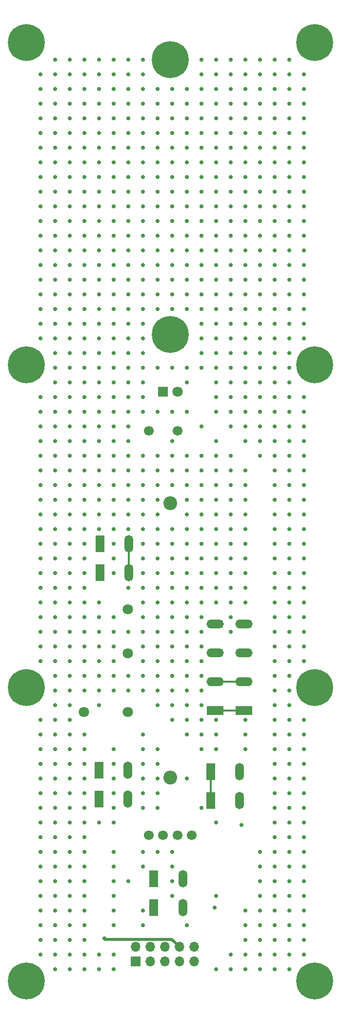
<source format=gbr>
%TF.GenerationSoftware,KiCad,Pcbnew,7.0.8*%
%TF.CreationDate,2023-11-15T13:51:47+01:00*%
%TF.ProjectId,module-rev1,6d6f6475-6c65-42d7-9265-76312e6b6963,rev?*%
%TF.SameCoordinates,Original*%
%TF.FileFunction,Copper,L4,Bot*%
%TF.FilePolarity,Positive*%
%FSLAX46Y46*%
G04 Gerber Fmt 4.6, Leading zero omitted, Abs format (unit mm)*
G04 Created by KiCad (PCBNEW 7.0.8) date 2023-11-15 13:51:47*
%MOMM*%
%LPD*%
G01*
G04 APERTURE LIST*
%TA.AperFunction,ComponentPad*%
%ADD10R,1.500000X3.000000*%
%TD*%
%TA.AperFunction,ComponentPad*%
%ADD11O,1.500000X3.000000*%
%TD*%
%TA.AperFunction,ComponentPad*%
%ADD12C,0.800000*%
%TD*%
%TA.AperFunction,ComponentPad*%
%ADD13C,6.400000*%
%TD*%
%TA.AperFunction,ComponentPad*%
%ADD14R,3.000000X1.500000*%
%TD*%
%TA.AperFunction,ComponentPad*%
%ADD15O,3.000000X1.500000*%
%TD*%
%TA.AperFunction,ComponentPad*%
%ADD16C,1.803400*%
%TD*%
%TA.AperFunction,ComponentPad*%
%ADD17C,1.700000*%
%TD*%
%TA.AperFunction,ComponentPad*%
%ADD18C,2.400000*%
%TD*%
%TA.AperFunction,ComponentPad*%
%ADD19R,1.800000X1.800000*%
%TD*%
%TA.AperFunction,ComponentPad*%
%ADD20C,1.800000*%
%TD*%
%TA.AperFunction,ComponentPad*%
%ADD21R,1.700000X1.700000*%
%TD*%
%TA.AperFunction,ComponentPad*%
%ADD22O,1.700000X1.700000*%
%TD*%
%TA.AperFunction,ViaPad*%
%ADD23C,0.700000*%
%TD*%
%TA.AperFunction,Conductor*%
%ADD24C,0.349000*%
%TD*%
%TA.AperFunction,Conductor*%
%ADD25C,0.500000*%
%TD*%
G04 APERTURE END LIST*
D10*
%TO.P,J502,1,Pin_1*%
%TO.N,Net-(J502-Pin_1)*%
X103470682Y-539623023D03*
X103470682Y-544623023D03*
D11*
%TO.P,J502,2,Pin_2*%
%TO.N,Net-(J502-Pin_2)*%
X108470682Y-539623023D03*
X108470682Y-544623023D03*
%TD*%
D12*
%TO.P,H108,1*%
%TO.N,N/C*%
X88320682Y-452873023D03*
X89023626Y-451175967D03*
X89023626Y-454570079D03*
X90720682Y-450473023D03*
D13*
X90720682Y-452873023D03*
D12*
X90720682Y-455273023D03*
X92417738Y-451175967D03*
X92417738Y-454570079D03*
X93120682Y-452873023D03*
%TD*%
%TO.P,H108,1*%
%TO.N,N/C*%
X138320682Y-452873023D03*
X139023626Y-451175967D03*
X139023626Y-454570079D03*
X140720682Y-450473023D03*
D13*
X140720682Y-452873023D03*
D12*
X140720682Y-455273023D03*
X142417738Y-451175967D03*
X142417738Y-454570079D03*
X143120682Y-452873023D03*
%TD*%
D14*
%TO.P,U501,1,LOAD-1*%
%TO.N,unconnected-(U501-LOAD-1-Pad1)*%
X123470682Y-568523023D03*
X128470682Y-568523023D03*
D15*
%TO.P,U501,2,LOAD-2*%
%TO.N,unconnected-(U501-LOAD-2-Pad2)*%
X123470682Y-563523023D03*
X128470682Y-563523023D03*
%TO.P,U501,3,In+*%
%TO.N,/module-master/SW_to_AQ-A_IN_0*%
X123470682Y-558523023D03*
X128470682Y-558523023D03*
%TO.P,U501,4,In-*%
%TO.N,_GND_0*%
X123470682Y-553523023D03*
X128470682Y-553523023D03*
%TD*%
D10*
%TO.P,SW502,1,A*%
%TO.N,/module-master/R_to_C_0*%
X122720682Y-579123023D03*
X122720682Y-584123023D03*
D11*
%TO.P,SW502,2,B*%
%TO.N,/module-master/SW_to_AQ-A_IN_0*%
X127720682Y-579123023D03*
X127720682Y-584123023D03*
%TD*%
D12*
%TO.P,H108,1*%
%TO.N,N/C*%
X88320682Y-564539689D03*
X89023626Y-562842633D03*
X89023626Y-566236745D03*
X90720682Y-562139689D03*
D13*
X90720682Y-564539689D03*
D12*
X90720682Y-566939689D03*
X92417738Y-562842633D03*
X92417738Y-566236745D03*
X93120682Y-564539689D03*
%TD*%
%TO.P,H108,1*%
%TO.N,N/C*%
X138320682Y-615373023D03*
X139023626Y-613675967D03*
X139023626Y-617070079D03*
X140720682Y-612973023D03*
D13*
X140720682Y-615373023D03*
D12*
X140720682Y-617773023D03*
X142417738Y-613675967D03*
X142417738Y-617070079D03*
X143120682Y-615373023D03*
%TD*%
%TO.P,H108,1*%
%TO.N,N/C*%
X113300682Y-503374689D03*
X114003626Y-501677633D03*
X114003626Y-505071745D03*
X115700682Y-500974689D03*
D13*
X115700682Y-503374689D03*
D12*
X115700682Y-505774689D03*
X117397738Y-501677633D03*
X117397738Y-505071745D03*
X118100682Y-503374689D03*
%TD*%
%TO.P,H108,1*%
%TO.N,N/C*%
X88320682Y-508706356D03*
X89023626Y-507009300D03*
X89023626Y-510403412D03*
X90720682Y-506306356D03*
D13*
X90720682Y-508706356D03*
D12*
X90720682Y-511106356D03*
X92417738Y-507009300D03*
X92417738Y-510403412D03*
X93120682Y-508706356D03*
%TD*%
D10*
%TO.P,SW503,1,A*%
%TO.N,/module-master/R_to_C_0*%
X103320682Y-578873023D03*
X103320682Y-583873023D03*
D11*
%TO.P,SW503,2,B*%
%TO.N,/module-master/A_to_ALQ305_0*%
X108320682Y-578873023D03*
X108320682Y-583873023D03*
%TD*%
D12*
%TO.P,H108,1*%
%TO.N,N/C*%
X113300682Y-455874689D03*
X114003626Y-454177633D03*
X114003626Y-457571745D03*
X115700682Y-453474689D03*
D13*
X115700682Y-455874689D03*
D12*
X115700682Y-458274689D03*
X117397738Y-454177633D03*
X117397738Y-457571745D03*
X118100682Y-455874689D03*
%TD*%
D16*
%TO.P,K501,1,1*%
%TO.N,/module-master/A_to_ALQ305_0*%
X108280682Y-568763023D03*
%TO.P,K501,2,2*%
%TO.N,_GND_0*%
X100660682Y-568763023D03*
%TO.P,K501,3,3*%
%TO.N,Net-(J502-Pin_2)*%
X108280682Y-558603023D03*
%TO.P,K501,4,4*%
%TO.N,Net-(J502-Pin_1)*%
X108280682Y-550983023D03*
%TD*%
D12*
%TO.P,H108,1*%
%TO.N,N/C*%
X88320682Y-615373023D03*
X89023626Y-613675967D03*
X89023626Y-617070079D03*
X90720682Y-612973023D03*
D13*
X90720682Y-615373023D03*
D12*
X90720682Y-617773023D03*
X92417738Y-613675967D03*
X92417738Y-617070079D03*
X93120682Y-615373023D03*
%TD*%
%TO.P,H108,1*%
%TO.N,N/C*%
X138320682Y-564539689D03*
X139023626Y-562842633D03*
X139023626Y-566236745D03*
X140720682Y-562139689D03*
D13*
X140720682Y-564539689D03*
D12*
X140720682Y-566939689D03*
X142417738Y-562842633D03*
X142417738Y-566236745D03*
X143120682Y-564539689D03*
%TD*%
D10*
%TO.P,SW501,1,1*%
%TO.N,_GATE_0*%
X112820682Y-597623023D03*
X112820682Y-602623023D03*
D11*
%TO.P,SW501,2,2*%
%TO.N,_GATE_OUTPUT_0*%
X117820682Y-597623023D03*
X117820682Y-602623023D03*
%TD*%
D12*
%TO.P,H108,1*%
%TO.N,N/C*%
X138320682Y-508706356D03*
X139023626Y-507009300D03*
X139023626Y-510403412D03*
X140720682Y-506306356D03*
D13*
X140720682Y-508706356D03*
D12*
X140720682Y-511106356D03*
X142417738Y-507009300D03*
X142417738Y-510403412D03*
X143120682Y-508706356D03*
%TD*%
D17*
%TO.P,RV501,1,1*%
%TO.N,_CV_0*%
X116910682Y-590123023D03*
%TO.P,RV501,2,2*%
%TO.N,_CV_OUTPUT_0*%
X119410682Y-590123023D03*
%TO.P,RV501,3,3*%
%TO.N,_GND_0*%
X116910682Y-520123023D03*
%TO.P,RV501,L*%
%TO.N,N/C*%
X111910682Y-590123023D03*
X114410682Y-590123023D03*
D18*
X115660682Y-580123023D03*
X115660682Y-532623023D03*
D17*
X111910682Y-520123023D03*
%TD*%
D19*
%TO.P,D502,1,K*%
%TO.N,_GND_0*%
X114400682Y-513348023D03*
D20*
%TO.P,D502,2,A*%
%TO.N,/module-master/R_to_KLED_0*%
X116940682Y-513348023D03*
%TD*%
D21*
%TO.P,J501,1,Pin_1*%
%TO.N,_GATE_OUTPUT_0*%
X109640682Y-611998023D03*
D22*
%TO.P,J501,2,Pin_2*%
%TO.N,_GND_0*%
X109640682Y-609458023D03*
%TO.P,J501,3,Pin_3*%
%TO.N,_GATE_0*%
X112180682Y-611998023D03*
%TO.P,J501,4,Pin_4*%
%TO.N,_GND_0*%
X112180682Y-609458023D03*
%TO.P,J501,5,Pin_5*%
%TO.N,_CV_OUTPUT_0*%
X114720682Y-611998023D03*
%TO.P,J501,6,Pin_6*%
%TO.N,_GND_0*%
X114720682Y-609458023D03*
%TO.P,J501,7,Pin_7*%
%TO.N,_RELAYS_0*%
X117260682Y-611998023D03*
%TO.P,J501,8,Pin_8*%
%TO.N,_5VA_0*%
X117260682Y-609458023D03*
%TO.P,J501,9,Pin_9*%
%TO.N,_CV_0*%
X119800682Y-611998023D03*
%TO.P,J501,10,Pin_10*%
%TO.N,_GND_0*%
X119800682Y-609458023D03*
%TD*%
D23*
%TO.N,_GND_0*%
X138873062Y-544769689D03*
X133793062Y-590489689D03*
X98233062Y-560009689D03*
X113473062Y-593029689D03*
X133793062Y-509209689D03*
X121093062Y-519369689D03*
X131253062Y-471109689D03*
X108393062Y-471109689D03*
X98233062Y-514289689D03*
X123400682Y-602674689D03*
X128713062Y-506669689D03*
X110933062Y-575249689D03*
X105853062Y-580329689D03*
X138873062Y-476189689D03*
X138873062Y-593029689D03*
X123633062Y-460949689D03*
X108393062Y-547309689D03*
X133793062Y-468569689D03*
X100773062Y-539689689D03*
X105853062Y-577789689D03*
X136333062Y-567629689D03*
X100773062Y-608269689D03*
X108393062Y-537149689D03*
X98233062Y-567629689D03*
X123633062Y-509209689D03*
X126173062Y-460949689D03*
X95693062Y-521909689D03*
X126173062Y-610809689D03*
X133793062Y-593029689D03*
X105853062Y-524449689D03*
X123633062Y-504129689D03*
X128713062Y-613349689D03*
X103313062Y-463489689D03*
X108393062Y-463489689D03*
X98233062Y-554929689D03*
X93153062Y-570169689D03*
X95693062Y-499049689D03*
X123633062Y-511749689D03*
X118553062Y-488889689D03*
X133793062Y-570169689D03*
X98233062Y-562549689D03*
X116013062Y-565089689D03*
X103313062Y-473649689D03*
X113473062Y-582869689D03*
X100773062Y-547309689D03*
X105853062Y-595569689D03*
X131253062Y-468569689D03*
X123633062Y-570169689D03*
X133793062Y-466029689D03*
X100773062Y-493969689D03*
X105853062Y-514289689D03*
X128713062Y-499049689D03*
X128713062Y-455869689D03*
X133793062Y-504129689D03*
X126173062Y-458409689D03*
X136333062Y-491429689D03*
X121093062Y-496509689D03*
X126173062Y-514289689D03*
X100773062Y-486349689D03*
X95693062Y-590489689D03*
X123633062Y-544769689D03*
X95693062Y-595569689D03*
X121093062Y-455869689D03*
X126173062Y-542229689D03*
X108393062Y-529529689D03*
X98233062Y-608269689D03*
X95693062Y-529529689D03*
X105853062Y-481269689D03*
X110933062Y-565089689D03*
X93153062Y-552389689D03*
X123633062Y-539689689D03*
X95693062Y-570169689D03*
X110933062Y-501589689D03*
X116013062Y-516829689D03*
X116013062Y-471109689D03*
X136333062Y-463489689D03*
X93153062Y-554929689D03*
X103313062Y-496509689D03*
X126173062Y-526989689D03*
X118553062Y-486349689D03*
X133793062Y-608269689D03*
X121093062Y-565089689D03*
X118553062Y-532069689D03*
X103313062Y-511749689D03*
X110933062Y-476189689D03*
X95693062Y-524449689D03*
X93153062Y-534609689D03*
X93153062Y-590489689D03*
X93153062Y-532069689D03*
X95693062Y-534609689D03*
X138873062Y-499049689D03*
X136333062Y-483809689D03*
X108393062Y-473649689D03*
X121093062Y-506669689D03*
X103313062Y-488889689D03*
X105853062Y-509209689D03*
X133793062Y-554929689D03*
X131253062Y-460949689D03*
X118553062Y-605729689D03*
X98233062Y-580329689D03*
X98233062Y-542229689D03*
X128713062Y-537149689D03*
X103313062Y-534609689D03*
X93153062Y-514289689D03*
X110933062Y-509209689D03*
X108393062Y-466029689D03*
X93153062Y-466029689D03*
X93153062Y-549849689D03*
X103313062Y-458409689D03*
X138873062Y-595569689D03*
X133793062Y-544769689D03*
X103313062Y-532069689D03*
X95693062Y-466029689D03*
X131253062Y-598109689D03*
X110933062Y-471109689D03*
X103313062Y-514289689D03*
X93153062Y-496509689D03*
X121093062Y-499049689D03*
X93153062Y-605729689D03*
X131253062Y-514289689D03*
X93153062Y-460949689D03*
X136333062Y-511749689D03*
X105853062Y-598109689D03*
X98233062Y-460949689D03*
X110933062Y-486349689D03*
X98233062Y-455869689D03*
X98233062Y-524449689D03*
X103313062Y-466029689D03*
X113473062Y-567629689D03*
X133793062Y-496509689D03*
X95693062Y-547309689D03*
X103313062Y-537149689D03*
X136333062Y-516829689D03*
X123633062Y-516829689D03*
X138873062Y-516829689D03*
X108393062Y-534609689D03*
X138873062Y-519369689D03*
X113473062Y-524449689D03*
X131253062Y-521909689D03*
X108393062Y-509209689D03*
X100773062Y-468569689D03*
X105853062Y-463489689D03*
X113473062Y-557469689D03*
X121093062Y-526989689D03*
X138873062Y-481269689D03*
X103313062Y-529529689D03*
X95693062Y-526989689D03*
X93153062Y-524449689D03*
X138873062Y-534609689D03*
X121093062Y-532069689D03*
X116013062Y-557469689D03*
X121093062Y-542229689D03*
X116013062Y-542229689D03*
X103313062Y-610809689D03*
X105853062Y-605729689D03*
X93153062Y-587949689D03*
X138873062Y-524449689D03*
X108393062Y-481269689D03*
X108393062Y-554929689D03*
X116013062Y-529529689D03*
X133793062Y-519369689D03*
X113473062Y-542229689D03*
X113473062Y-493969689D03*
X121093062Y-529529689D03*
X113473062Y-554929689D03*
X138873062Y-542229689D03*
X100773062Y-565089689D03*
X136333062Y-519369689D03*
X133793062Y-534609689D03*
X138873062Y-598109689D03*
X131253062Y-496509689D03*
X116013062Y-598109689D03*
X113473062Y-509209689D03*
X95693062Y-468569689D03*
X98233062Y-577789689D03*
X118553062Y-572709689D03*
X136333062Y-560009689D03*
X116013062Y-496509689D03*
X123633062Y-491429689D03*
X128713062Y-463489689D03*
X118553062Y-526989689D03*
X121093062Y-486349689D03*
X93153062Y-582869689D03*
X98233062Y-570169689D03*
X138873062Y-486349689D03*
X126173062Y-613349689D03*
X93153062Y-557469689D03*
X138873062Y-552389689D03*
X138873062Y-529529689D03*
X103313062Y-504129689D03*
X108393062Y-562549689D03*
X108393062Y-501589689D03*
X105853062Y-575249689D03*
X110933062Y-544769689D03*
X93153062Y-493969689D03*
X103313062Y-460949689D03*
X123633062Y-587949689D03*
X118553062Y-542229689D03*
X113473062Y-547309689D03*
X136333062Y-557469689D03*
X105853062Y-526989689D03*
X138873062Y-554929689D03*
X95693062Y-539689689D03*
X98233062Y-572709689D03*
X110933062Y-560009689D03*
X131253062Y-610809689D03*
X95693062Y-504129689D03*
X95693062Y-476189689D03*
X123633062Y-496509689D03*
X95693062Y-478729689D03*
X126173062Y-524449689D03*
X126173062Y-483809689D03*
X133793062Y-577789689D03*
X113473062Y-532069689D03*
X100773062Y-509209689D03*
X113473062Y-526989689D03*
X105853062Y-499049689D03*
X108393062Y-506669689D03*
X121093062Y-549849689D03*
X113473062Y-473649689D03*
X93153062Y-488889689D03*
X136333062Y-532069689D03*
X136333062Y-544769689D03*
X133793062Y-511749689D03*
X121093062Y-463489689D03*
X136333062Y-598109689D03*
X98233062Y-605729689D03*
X93153062Y-575249689D03*
X133793062Y-582869689D03*
X100773062Y-473649689D03*
X98233062Y-595569689D03*
X110933062Y-585409689D03*
X133793062Y-547309689D03*
X100773062Y-598109689D03*
X123633062Y-600649689D03*
X136333062Y-575249689D03*
X133793062Y-524449689D03*
X123633062Y-537149689D03*
X110933062Y-532069689D03*
X98233062Y-600649689D03*
X95693062Y-501589689D03*
X93153062Y-501589689D03*
X136333062Y-524449689D03*
X138873062Y-504129689D03*
X113473062Y-468569689D03*
X128713062Y-539689689D03*
X133793062Y-488889689D03*
X110933062Y-468569689D03*
X118553062Y-539689689D03*
X103313062Y-587949689D03*
X95693062Y-593029689D03*
X103313062Y-521909689D03*
X133793062Y-476189689D03*
X93153062Y-471109689D03*
X131253062Y-501589689D03*
X105853062Y-486349689D03*
X136333062Y-539689689D03*
X123633062Y-499049689D03*
X113473062Y-577789689D03*
X123633062Y-488889689D03*
X136333062Y-488889689D03*
X110933062Y-603189689D03*
X100773062Y-466029689D03*
X138873062Y-514289689D03*
X118553062Y-516829689D03*
X126173062Y-552389689D03*
X118553062Y-466029689D03*
X138873062Y-458409689D03*
X108393062Y-478729689D03*
X100773062Y-549849689D03*
X103313062Y-526989689D03*
X100773062Y-501589689D03*
X113473062Y-585409689D03*
X128713062Y-466029689D03*
X110933062Y-516829689D03*
X128713062Y-486349689D03*
X95693062Y-603189689D03*
X118553062Y-565089689D03*
X116013062Y-552389689D03*
X105853062Y-587949689D03*
X128713062Y-605729689D03*
X136333062Y-613349689D03*
X121093062Y-534609689D03*
X108393062Y-493969689D03*
X110933062Y-481269689D03*
X126173062Y-486349689D03*
X100773062Y-613349689D03*
X121093062Y-524449689D03*
X110933062Y-562549689D03*
X121093062Y-466029689D03*
X95693062Y-580329689D03*
X93153062Y-491429689D03*
X95693062Y-582869689D03*
X131253062Y-504129689D03*
X113473062Y-562549689D03*
X136333062Y-509209689D03*
X108393062Y-526989689D03*
X100773062Y-463489689D03*
X95693062Y-565089689D03*
X98233062Y-521909689D03*
X123633062Y-471109689D03*
X138873062Y-582869689D03*
X103313062Y-493969689D03*
X100773062Y-483809689D03*
X93153062Y-478729689D03*
X110933062Y-488889689D03*
X138873062Y-483809689D03*
X121093062Y-471109689D03*
X103313062Y-468569689D03*
X136333062Y-542229689D03*
X116013062Y-547309689D03*
X108393062Y-532069689D03*
X118553062Y-544769689D03*
X95693062Y-610809689D03*
X136333062Y-590489689D03*
X118553062Y-560009689D03*
X105853062Y-539689689D03*
X136333062Y-471109689D03*
X108393062Y-460949689D03*
X98233062Y-499049689D03*
X110933062Y-496509689D03*
X138873062Y-478729689D03*
X100773062Y-562549689D03*
X138873062Y-577789689D03*
X128713062Y-516829689D03*
X116013062Y-476189689D03*
X138873062Y-549849689D03*
X116013062Y-493969689D03*
X108393062Y-565089689D03*
X110933062Y-542229689D03*
X116013062Y-499049689D03*
X108393062Y-486349689D03*
X113473062Y-483809689D03*
X110933062Y-593029689D03*
X123633062Y-572709689D03*
X133793062Y-532069689D03*
X136333062Y-552389689D03*
X100773062Y-481269689D03*
X116013062Y-567629689D03*
X113473062Y-537149689D03*
X113473062Y-488889689D03*
X98233062Y-549849689D03*
X108393062Y-598109689D03*
X93153062Y-593029689D03*
X108393062Y-488889689D03*
X123633062Y-478729689D03*
X123633062Y-529529689D03*
X118553062Y-491429689D03*
X136333062Y-481269689D03*
X98233062Y-526989689D03*
X128713062Y-603189689D03*
X105853062Y-534609689D03*
X100773062Y-455869689D03*
X126173062Y-499049689D03*
X128713062Y-544769689D03*
X123633062Y-549849689D03*
X138873062Y-521909689D03*
X121093062Y-537149689D03*
X113473062Y-549849689D03*
X118553062Y-580329689D03*
X108393062Y-458409689D03*
X113473062Y-580329689D03*
X95693062Y-587949689D03*
X93153062Y-519369689D03*
X118553062Y-511749689D03*
X100773062Y-575249689D03*
X126173062Y-476189689D03*
X126173062Y-493969689D03*
X128713062Y-542229689D03*
X108393062Y-483809689D03*
X116013062Y-466029689D03*
X98233062Y-466029689D03*
X136333062Y-534609689D03*
X93153062Y-585409689D03*
X103313062Y-483809689D03*
X136333062Y-595569689D03*
X126173062Y-481269689D03*
X131253062Y-486349689D03*
X108393062Y-514289689D03*
X105853062Y-603189689D03*
X123633062Y-466029689D03*
X123633062Y-458409689D03*
X131253062Y-493969689D03*
X105853062Y-585409689D03*
X110933062Y-504129689D03*
X95693062Y-562549689D03*
X136333062Y-600649689D03*
X95693062Y-572709689D03*
X128713062Y-532069689D03*
X128713062Y-496509689D03*
X133793062Y-552389689D03*
X121093062Y-473649689D03*
X136333062Y-585409689D03*
X121093062Y-562549689D03*
X95693062Y-585409689D03*
X100773062Y-537149689D03*
X113473062Y-534609689D03*
X138873062Y-570169689D03*
X110933062Y-537149689D03*
X95693062Y-532069689D03*
X95693062Y-516829689D03*
X98233062Y-582869689D03*
X105853062Y-552389689D03*
X93153062Y-547309689D03*
X116013062Y-509209689D03*
X95693062Y-491429689D03*
X136333062Y-504129689D03*
X128713062Y-460949689D03*
X131253062Y-600649689D03*
X121093062Y-488889689D03*
X116013062Y-539689689D03*
X113473062Y-463489689D03*
X95693062Y-608269689D03*
X93153062Y-610809689D03*
X131253062Y-595569689D03*
X100773062Y-519369689D03*
X118553062Y-557469689D03*
X103313062Y-486349689D03*
X131253062Y-613349689D03*
X118553062Y-509209689D03*
X121093062Y-481269689D03*
X95693062Y-493969689D03*
X123633062Y-468569689D03*
X93153062Y-526989689D03*
X136333062Y-603189689D03*
X105853062Y-562549689D03*
X116013062Y-560009689D03*
X100773062Y-460949689D03*
X136333062Y-493969689D03*
X126173062Y-496509689D03*
X121093062Y-478729689D03*
X133793062Y-478729689D03*
X128713062Y-491429689D03*
X98233062Y-473649689D03*
X128713062Y-511749689D03*
X103313062Y-501589689D03*
X126173062Y-511749689D03*
X131253062Y-516829689D03*
X110933062Y-460949689D03*
X113473062Y-481269689D03*
X110933062Y-539689689D03*
X113473062Y-471109689D03*
X110933062Y-572709689D03*
X98233062Y-496509689D03*
X136333062Y-608269689D03*
X121093062Y-572709689D03*
X116013062Y-486349689D03*
X100773062Y-557469689D03*
X103313062Y-557469689D03*
X105853062Y-542229689D03*
X105853062Y-473649689D03*
X118553062Y-496509689D03*
X98233062Y-463489689D03*
X105853062Y-460949689D03*
X98233062Y-547309689D03*
X128713062Y-476189689D03*
X133793062Y-549849689D03*
X123633062Y-486349689D03*
X126173062Y-488889689D03*
X95693062Y-455869689D03*
X138873062Y-610809689D03*
X98233062Y-491429689D03*
X108393062Y-521909689D03*
X100773062Y-577789689D03*
X100773062Y-471109689D03*
X136333062Y-460949689D03*
X131253062Y-473649689D03*
X113473062Y-460949689D03*
X121093062Y-509209689D03*
X110933062Y-473649689D03*
X93153062Y-483809689D03*
X128713062Y-529529689D03*
X105853062Y-455869689D03*
X113473062Y-539689689D03*
X93153062Y-560009689D03*
X138873062Y-532069689D03*
X95693062Y-511749689D03*
X95693062Y-509209689D03*
X95693062Y-519369689D03*
X133793062Y-603189689D03*
X95693062Y-471109689D03*
X105853062Y-554929689D03*
X110933062Y-524449689D03*
X95693062Y-463489689D03*
X100773062Y-610809689D03*
X131253062Y-605729689D03*
X128713062Y-473649689D03*
X123633062Y-501589689D03*
X98233062Y-593029689D03*
X110933062Y-491429689D03*
X136333062Y-496509689D03*
X95693062Y-577789689D03*
X133793062Y-526989689D03*
X100773062Y-605729689D03*
X116013062Y-521909689D03*
X103313062Y-499049689D03*
X93153062Y-595569689D03*
X138873062Y-460949689D03*
X95693062Y-506669689D03*
X128713062Y-504129689D03*
X108393062Y-468569689D03*
X133793062Y-499049689D03*
X136333062Y-537149689D03*
X138873062Y-501589689D03*
X131253062Y-603189689D03*
X103313062Y-524449689D03*
X126173062Y-466029689D03*
X133793062Y-600649689D03*
X131253062Y-483809689D03*
X128713062Y-534609689D03*
X133793062Y-613349689D03*
X98233062Y-575249689D03*
X123633062Y-506669689D03*
X133793062Y-463489689D03*
X128713062Y-519369689D03*
X93153062Y-572709689D03*
X108393062Y-519369689D03*
X133793062Y-481269689D03*
X113473062Y-466029689D03*
X110933062Y-526989689D03*
X133793062Y-595569689D03*
X105853062Y-496509689D03*
X98233062Y-587949689D03*
X123633062Y-526989689D03*
X100773062Y-534609689D03*
X118553062Y-483809689D03*
X98233062Y-590489689D03*
X110933062Y-577789689D03*
X133793062Y-486349689D03*
X128713062Y-488889689D03*
X93153062Y-603189689D03*
X116013062Y-595569689D03*
X128713062Y-549849689D03*
X118553062Y-499049689D03*
X95693062Y-575249689D03*
X95693062Y-496509689D03*
X108393062Y-476189689D03*
X93153062Y-580329689D03*
X123633062Y-524449689D03*
X105853062Y-493969689D03*
X113473062Y-560009689D03*
X133793062Y-557469689D03*
X121093062Y-552389689D03*
X93153062Y-529529689D03*
X95693062Y-567629689D03*
X108393062Y-455869689D03*
X110933062Y-511749689D03*
X108393062Y-499049689D03*
X95693062Y-605729689D03*
X95693062Y-613349689D03*
X126173062Y-516829689D03*
X118553062Y-481269689D03*
X123633062Y-493969689D03*
X118553062Y-463489689D03*
X128713062Y-478729689D03*
X110933062Y-549849689D03*
X98233062Y-481269689D03*
X95693062Y-537149689D03*
X105853062Y-488889689D03*
X93153062Y-486349689D03*
X98233062Y-476189689D03*
X100773062Y-542229689D03*
X126173062Y-491429689D03*
X133793062Y-483809689D03*
X98233062Y-532069689D03*
X113473062Y-491429689D03*
X128713062Y-526989689D03*
X110933062Y-483809689D03*
X123633062Y-481269689D03*
X138873062Y-493969689D03*
X93153062Y-481269689D03*
X105853062Y-565089689D03*
X100773062Y-488889689D03*
X123633062Y-455869689D03*
X131253062Y-466029689D03*
X103313062Y-552389689D03*
X105853062Y-516829689D03*
X110933062Y-506669689D03*
X121093062Y-567629689D03*
X113473062Y-552389689D03*
X98233062Y-585409689D03*
X98233062Y-458409689D03*
X116013062Y-478729689D03*
X138873062Y-496509689D03*
X126173062Y-519369689D03*
X133793062Y-460949689D03*
X126173062Y-537149689D03*
X93153062Y-458409689D03*
X138873062Y-587949689D03*
X100773062Y-524449689D03*
X136333062Y-501589689D03*
X126173062Y-506669689D03*
X105853062Y-529529689D03*
X93153062Y-521909689D03*
X121093062Y-585409689D03*
X133793062Y-565089689D03*
X123633062Y-463489689D03*
X131253062Y-458409689D03*
X123633062Y-476189689D03*
X105853062Y-471109689D03*
X116013062Y-524449689D03*
X110933062Y-582869689D03*
X105853062Y-491429689D03*
X138873062Y-547309689D03*
X128713062Y-547309689D03*
X118553062Y-554929689D03*
X126173062Y-455869689D03*
X103313062Y-519369689D03*
X98233062Y-471109689D03*
X110933062Y-463489689D03*
X123633062Y-547309689D03*
X121093062Y-557469689D03*
X128713062Y-575249689D03*
X123633062Y-542229689D03*
X133793062Y-506669689D03*
X121093062Y-468569689D03*
X95693062Y-488889689D03*
X105853062Y-582869689D03*
X138873062Y-539689689D03*
X131253062Y-593029689D03*
X136333062Y-476189689D03*
X138873062Y-488889689D03*
X100773062Y-593029689D03*
X126173062Y-504129689D03*
X93153062Y-600649689D03*
X138873062Y-590489689D03*
X128713062Y-509209689D03*
X98233062Y-478729689D03*
X123633062Y-534609689D03*
X93153062Y-539689689D03*
X93153062Y-473649689D03*
X116013062Y-554929689D03*
X98233062Y-519369689D03*
X138873062Y-585409689D03*
X128713062Y-514289689D03*
X98233062Y-468569689D03*
X138873062Y-605729689D03*
X136333062Y-473649689D03*
X105853062Y-557469689D03*
X110933062Y-466029689D03*
X126173062Y-534609689D03*
X133793062Y-491429689D03*
X116013062Y-549849689D03*
X118553062Y-534609689D03*
X126173062Y-554929689D03*
X93153062Y-577789689D03*
X118553062Y-493969689D03*
X110933062Y-595569689D03*
X110933062Y-547309689D03*
X121093062Y-560009689D03*
X128713062Y-458409689D03*
X100773062Y-504129689D03*
X95693062Y-458409689D03*
X136333062Y-486349689D03*
X133793062Y-514289689D03*
X123633062Y-521909689D03*
X118553062Y-547309689D03*
X118553062Y-473649689D03*
X103313062Y-549849689D03*
X121093062Y-491429689D03*
X108393062Y-524449689D03*
X123633062Y-473649689D03*
X105853062Y-478729689D03*
X105853062Y-504129689D03*
X118553062Y-570169689D03*
X118553062Y-524449689D03*
X105853062Y-511749689D03*
X95693062Y-542229689D03*
X103313062Y-476189689D03*
X100773062Y-603189689D03*
X105853062Y-483809689D03*
X118553062Y-567629689D03*
X95693062Y-554929689D03*
X131253062Y-478729689D03*
X133793062Y-587949689D03*
X103313062Y-516829689D03*
X113473062Y-529529689D03*
X105853062Y-610809689D03*
X113473062Y-499049689D03*
X105853062Y-519369689D03*
X100773062Y-496509689D03*
X103313062Y-560009689D03*
X133793062Y-537149689D03*
X121093062Y-504129689D03*
X98233062Y-565089689D03*
X131253062Y-463489689D03*
X116013062Y-481269689D03*
X95693062Y-544769689D03*
X100773062Y-506669689D03*
X121093062Y-476189689D03*
X133793062Y-455869689D03*
X136333062Y-455869689D03*
X105853062Y-532069689D03*
X128713062Y-570169689D03*
X98233062Y-483809689D03*
X95693062Y-486349689D03*
X105853062Y-476189689D03*
X133793062Y-572709689D03*
X108393062Y-504129689D03*
X93153062Y-476189689D03*
X136333062Y-587949689D03*
X131253062Y-506669689D03*
X133793062Y-493969689D03*
X116013062Y-544769689D03*
X136333062Y-529529689D03*
X131253062Y-488889689D03*
X133793062Y-560009689D03*
X133793062Y-605729689D03*
X116013062Y-537149689D03*
X123633062Y-514289689D03*
X118553062Y-552389689D03*
X118553062Y-478729689D03*
X128713062Y-481269689D03*
X98233062Y-557469689D03*
X105853062Y-458409689D03*
X118553062Y-562549689D03*
X133793062Y-521909689D03*
X128713062Y-483809689D03*
X116013062Y-491429689D03*
X110933062Y-514289689D03*
X136333062Y-572709689D03*
X131253062Y-524449689D03*
X103313062Y-455869689D03*
X105853062Y-466029689D03*
X138873062Y-468569689D03*
X95693062Y-481269689D03*
X131253062Y-499049689D03*
X123633062Y-532069689D03*
X95693062Y-460949689D03*
X123633062Y-483809689D03*
X105853062Y-521909689D03*
X98233062Y-501589689D03*
X133793062Y-610809689D03*
X121093062Y-575249689D03*
X118553062Y-529529689D03*
X118553062Y-537149689D03*
X105853062Y-544769689D03*
X110933062Y-605729689D03*
X103313062Y-565089689D03*
X93153062Y-544769689D03*
X138873062Y-603189689D03*
X98233062Y-603189689D03*
X136333062Y-577789689D03*
X113473062Y-575249689D03*
X128713062Y-471109689D03*
X100773062Y-587949689D03*
X128713062Y-610809689D03*
X133793062Y-473649689D03*
X98233062Y-598109689D03*
X121093062Y-570169689D03*
X95693062Y-514289689D03*
X93153062Y-499049689D03*
X136333062Y-478729689D03*
X121093062Y-460949689D03*
X98233062Y-534609689D03*
X136333062Y-565089689D03*
X133793062Y-501589689D03*
X100773062Y-529529689D03*
X100773062Y-585409689D03*
X133793062Y-471109689D03*
X105853062Y-593029689D03*
X103313062Y-471109689D03*
X118553062Y-471109689D03*
X103313062Y-567629689D03*
X138873062Y-473649689D03*
X136333062Y-570169689D03*
X131253062Y-519369689D03*
X113473062Y-565089689D03*
X100773062Y-560009689D03*
X110933062Y-554929689D03*
X116013062Y-526989689D03*
X93153062Y-542229689D03*
X110933062Y-534609689D03*
X131253062Y-491429689D03*
X98233062Y-493969689D03*
X118553062Y-460949689D03*
X116013062Y-593029689D03*
X133793062Y-458409689D03*
X100773062Y-526989689D03*
X126173062Y-532069689D03*
X95693062Y-557469689D03*
X98233062Y-544769689D03*
X103313062Y-481269689D03*
X123633062Y-575249689D03*
X133793062Y-575249689D03*
X113473062Y-478729689D03*
X110933062Y-493969689D03*
X105853062Y-537149689D03*
X136333062Y-554929689D03*
X95693062Y-483809689D03*
X128713062Y-608269689D03*
X113473062Y-544769689D03*
X93153062Y-608269689D03*
X116013062Y-488889689D03*
X105853062Y-506669689D03*
X103313062Y-613349689D03*
X136333062Y-458409689D03*
X133793062Y-542229689D03*
X121093062Y-493969689D03*
X136333062Y-580329689D03*
X136333062Y-547309689D03*
X133793062Y-567629689D03*
X100773062Y-491429689D03*
X100773062Y-516829689D03*
X126173062Y-509209689D03*
X128713062Y-501589689D03*
X100773062Y-476189689D03*
X126173062Y-471109689D03*
X113473062Y-486349689D03*
X126173062Y-539689689D03*
X100773062Y-552389689D03*
X100773062Y-478729689D03*
X100773062Y-499049689D03*
X93153062Y-463489689D03*
X126173062Y-478729689D03*
X116013062Y-570169689D03*
X100773062Y-590489689D03*
X100773062Y-595569689D03*
X116013062Y-460949689D03*
X98233062Y-552389689D03*
X126173062Y-501589689D03*
X136333062Y-521909689D03*
X131253062Y-509209689D03*
X116013062Y-600649689D03*
X123633062Y-613349689D03*
X138873062Y-560009689D03*
X138873062Y-471109689D03*
X131253062Y-608269689D03*
X121093062Y-554929689D03*
X93153062Y-598109689D03*
X136333062Y-499049689D03*
X98233062Y-613349689D03*
X118553062Y-549849689D03*
X133793062Y-585409689D03*
X98233062Y-509209689D03*
X133793062Y-539689689D03*
X138873062Y-608269689D03*
X126173062Y-473649689D03*
X138873062Y-491429689D03*
X98233062Y-537149689D03*
X136333062Y-605729689D03*
X93153062Y-504129689D03*
X110933062Y-478729689D03*
X136333062Y-514289689D03*
X116013062Y-562549689D03*
X126173062Y-549849689D03*
X100773062Y-458409689D03*
X105853062Y-600649689D03*
X126173062Y-529529689D03*
X131253062Y-476189689D03*
X131253062Y-455869689D03*
X108393062Y-491429689D03*
X128000682Y-588374689D03*
X110933062Y-552389689D03*
X138873062Y-526989689D03*
X126173062Y-544769689D03*
X98233062Y-506669689D03*
X110933062Y-557469689D03*
X105853062Y-468569689D03*
X128713062Y-572709689D03*
X105853062Y-613349689D03*
X98233062Y-539689689D03*
X133793062Y-580329689D03*
X131253062Y-511749689D03*
X113473062Y-496509689D03*
X110933062Y-580329689D03*
X121093062Y-544769689D03*
X113473062Y-516829689D03*
X95693062Y-560009689D03*
X133793062Y-562549689D03*
X93153062Y-516829689D03*
X121093062Y-483809689D03*
X121093062Y-539689689D03*
X126173062Y-547309689D03*
X136333062Y-562549689D03*
X128713062Y-468569689D03*
X100773062Y-532069689D03*
X98233062Y-488889689D03*
X108393062Y-496509689D03*
X126173062Y-468569689D03*
X98233062Y-486349689D03*
X110933062Y-458409689D03*
X98233062Y-504129689D03*
X133793062Y-529529689D03*
X138873062Y-537149689D03*
X121093062Y-501589689D03*
X100773062Y-600649689D03*
X108393062Y-516829689D03*
X93153062Y-468569689D03*
X136333062Y-582869689D03*
X136333062Y-526989689D03*
X100773062Y-582869689D03*
X110933062Y-529529689D03*
X136333062Y-610809689D03*
X103313062Y-509209689D03*
X103313062Y-554929689D03*
X103313062Y-562549689D03*
X121093062Y-547309689D03*
X136333062Y-506669689D03*
X128713062Y-493969689D03*
X95693062Y-552389689D03*
X136333062Y-468569689D03*
X136333062Y-466029689D03*
X138873062Y-463489689D03*
X100773062Y-544769689D03*
X105853062Y-501589689D03*
X93153062Y-537149689D03*
X138873062Y-557469689D03*
X138873062Y-572709689D03*
X133793062Y-598109689D03*
X100773062Y-580329689D03*
X100773062Y-521909689D03*
X116013062Y-468569689D03*
X105853062Y-560009689D03*
X116013062Y-473649689D03*
X138873062Y-580329689D03*
X110933062Y-499049689D03*
X128713062Y-521909689D03*
X113473062Y-476189689D03*
X138873062Y-600649689D03*
X100773062Y-554929689D03*
X138873062Y-466029689D03*
X138873062Y-575249689D03*
X100773062Y-572709689D03*
X103313062Y-506669689D03*
X95693062Y-600649689D03*
X121093062Y-458409689D03*
X110933062Y-455869689D03*
X103313062Y-478729689D03*
X116013062Y-463489689D03*
X126173062Y-463489689D03*
X95693062Y-549849689D03*
X100773062Y-514289689D03*
X118553062Y-468569689D03*
X100773062Y-511749689D03*
X118553062Y-476189689D03*
X95693062Y-473649689D03*
X108393062Y-511749689D03*
X95693062Y-598109689D03*
X103313062Y-491429689D03*
X133793062Y-516829689D03*
X98233062Y-610809689D03*
X131253062Y-481269689D03*
X136333062Y-593029689D03*
X116013062Y-483809689D03*
X136333062Y-549849689D03*
X98233062Y-516829689D03*
X98233062Y-529529689D03*
X98233062Y-511749689D03*
%TO.N,_5VA_0*%
X104220682Y-607998023D03*
%TD*%
D24*
%TO.N,/module-master/R_to_C_0*%
X122720682Y-584123023D02*
X122720682Y-579123023D01*
D25*
%TO.N,_5VA_0*%
X117260682Y-609458023D02*
X115915338Y-608112679D01*
X104335338Y-608112679D02*
X104220682Y-607998023D01*
X115915338Y-608112679D02*
X104335338Y-608112679D01*
D24*
%TO.N,Net-(J502-Pin_2)*%
X108470682Y-544623023D02*
X108470682Y-539623023D01*
%TO.N,unconnected-(U501-LOAD-2-Pad2)*%
X123470682Y-563523023D02*
X128470682Y-563523023D01*
%TO.N,unconnected-(U501-LOAD-1-Pad1)*%
X123470682Y-568523023D02*
X128470682Y-568523023D01*
%TD*%
M02*

</source>
